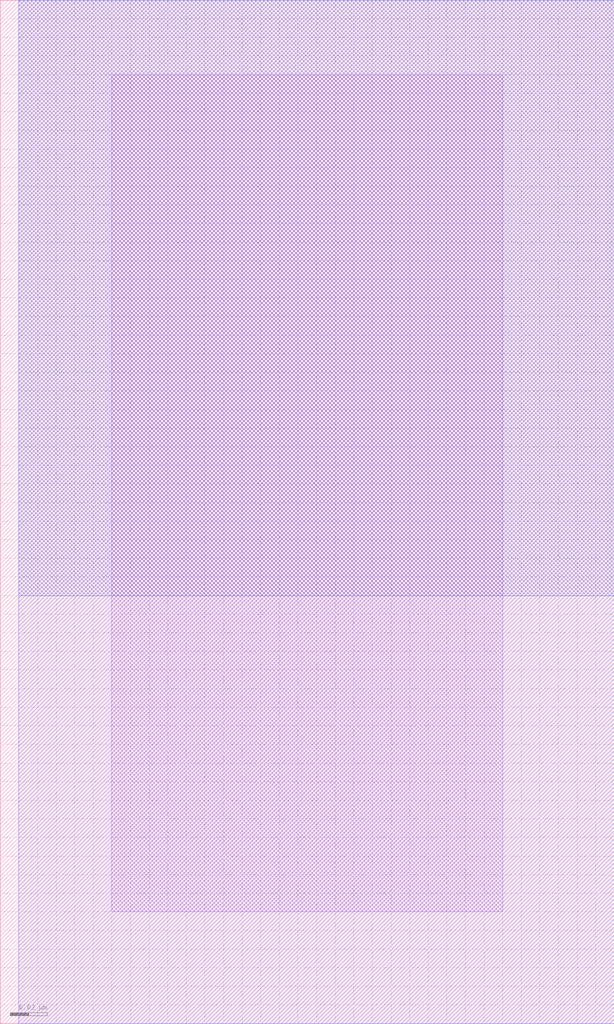
<source format=lef>
VERSION 5.7 ;
  NOWIREEXTENSIONATPIN ON ;
  DIVIDERCHAR "/" ;
  BUSBITCHARS "[]" ;
MACRO /home/bjmuld/work/hilas/fastlane/PDKs/sky130A_hilas/libs.ref/sky130_hilas_sc/mag/sky130_hilas_poly2m2
  CLASS BLOCK ;
  FOREIGN /home/bjmuld/work/hilas/fastlane/PDKs/sky130A_hilas/libs.ref/sky130_hilas_sc/mag/sky130_hilas_poly2m2 ;
  ORIGIN 0.090 0.260 ;
  SIZE 0.330 BY 0.550 ;
  OBS
      LAYER li1 ;
        RECT -0.030 -0.200 0.180 0.250 ;
      LAYER met1 ;
        RECT -0.080 -0.260 0.240 0.290 ;
      LAYER met2 ;
        RECT -0.080 -0.030 0.240 0.290 ;
  END
END /home/bjmuld/work/hilas/fastlane/PDKs/sky130A_hilas/libs.ref/sky130_hilas_sc/mag/sky130_hilas_poly2m2
END LIBRARY


</source>
